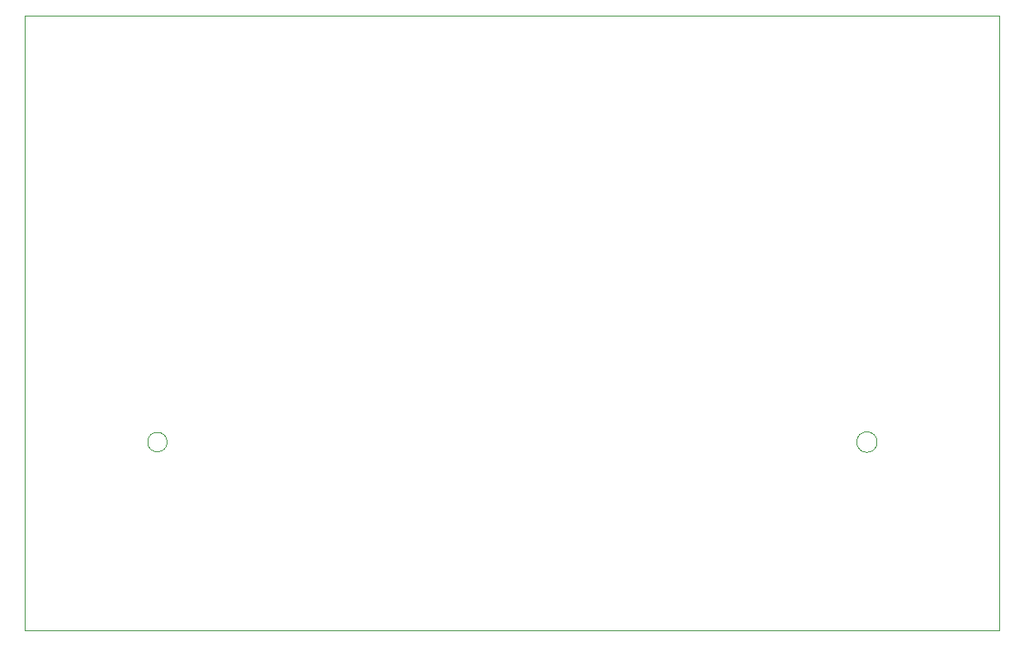
<source format=gbr>
G04 #@! TF.GenerationSoftware,KiCad,Pcbnew,5.0.2-bee76a0~70~ubuntu18.04.1*
G04 #@! TF.CreationDate,2019-04-15T15:13:08+02:00*
G04 #@! TF.ProjectId,ModulAdapter,4d6f6475-6c41-4646-9170-7465722e6b69,rev?*
G04 #@! TF.SameCoordinates,Original*
G04 #@! TF.FileFunction,Profile,NP*
%FSLAX46Y46*%
G04 Gerber Fmt 4.6, Leading zero omitted, Abs format (unit mm)*
G04 Created by KiCad (PCBNEW 5.0.2-bee76a0~70~ubuntu18.04.1) date Mo 15 Apr 2019 15:13:08 CEST*
%MOMM*%
%LPD*%
G01*
G04 APERTURE LIST*
%ADD10C,0.100000*%
G04 APERTURE END LIST*
D10*
X137450000Y-111700000D02*
G75*
G03X137450000Y-111700000I-1050000J0D01*
G01*
X64600000Y-111700000D02*
G75*
G03X64600000Y-111700000I-1000000J0D01*
G01*
X150000000Y-131000000D02*
X150000000Y-67980000D01*
X50000000Y-131000000D02*
X50000000Y-67980000D01*
X50000000Y-131000000D02*
X150000000Y-131000000D01*
X50000000Y-67980000D02*
X150000000Y-67980000D01*
M02*

</source>
